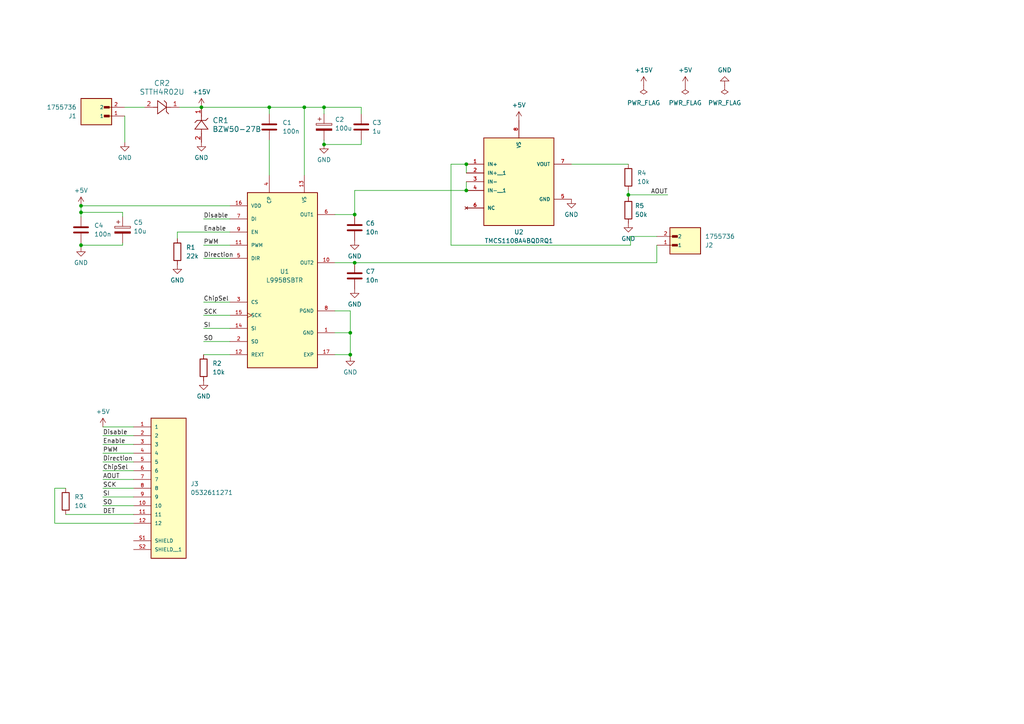
<source format=kicad_sch>
(kicad_sch (version 20230121) (generator eeschema)
  (paper "A4")
  (lib_symbols
    (symbol "1755736:1755736" (pin_names (offset 1.016))
      (property "Reference" "J" (at -2.54 3.302 0))
      (property "Value" "1755736" (at -2.54 -7.62 0))
      (symbol "1755736_0_0"
        (rectangle (start -3.81 -5.08) (end 5.08 2.54) (stroke (width 0.254)) (fill (type background)))
        (rectangle (start -3.175 -2.8575) (end -1.5875 -2.2225) (stroke (width 0.1)) (fill (type outline)))
        (rectangle (start -3.175 -0.3175) (end -1.5875 0.3175) (stroke (width 0.1)) (fill (type outline)))
        (pin passive line (at -7.62 0 0) (length 5.08) (name "1") (number "1"))
        (pin passive line (at -7.62 -2.54 0) (length 5.08) (name "2") (number "2"))
      )
    )
    (symbol "4xxx:0532611271" (pin_names (offset 1.016))
      (property "Reference" "J" (at -5.08 17.78 0))
      (property "Value" "0532611271" (at -5.08 -25.4 0))
      (symbol "0532611271_0_0"
        (rectangle (start -5.08 -22.86) (end 5.08 17.78) (stroke (width 0.254)) (fill (type background)))
        (pin passive line (at -10.16 15.24 0) (length 5.08) (name "1") (number "1"))
        (pin passive line (at -10.16 -7.62 0) (length 5.08) (name "10") (number "10"))
        (pin passive line (at -10.16 -10.16 0) (length 5.08) (name "11") (number "11"))
        (pin passive line (at -10.16 -12.7 0) (length 5.08) (name "12") (number "12"))
        (pin passive line (at -10.16 12.7 0) (length 5.08) (name "2") (number "2"))
        (pin passive line (at -10.16 10.16 0) (length 5.08) (name "3") (number "3"))
        (pin passive line (at -10.16 7.62 0) (length 5.08) (name "4") (number "4"))
        (pin passive line (at -10.16 5.08 0) (length 5.08) (name "5") (number "5"))
        (pin passive line (at -10.16 2.54 0) (length 5.08) (name "6") (number "6"))
        (pin passive line (at -10.16 0 0) (length 5.08) (name "7") (number "7"))
        (pin passive line (at -10.16 -2.54 0) (length 5.08) (name "8") (number "8"))
        (pin passive line (at -10.16 -5.08 0) (length 5.08) (name "9") (number "9"))
        (pin passive line (at -10.16 -17.78 0) (length 5.08) (name "SHIELD") (number "S1"))
        (pin passive line (at -10.16 -20.32 0) (length 5.08) (name "SHIELD__1") (number "S2"))
      )
    )
    (symbol "BZW50-27B:BZW50-27B" (pin_names (offset 0.254))
      (property "Reference" "CR" (at 0 0 0))
      (property "Value" "BZW50-27B" (at 0 0 0))
      (symbol "BZW50-27B_0_1"
        (polyline (pts (xy 2.54 0) (xy 3.81 0)) (stroke (width 0.2032)))
        (polyline (pts (xy 3.175 1.905) (xy 3.81 1.27)) (stroke (width 0.2032)))
        (polyline (pts (xy 3.81 -1.27) (xy 4.445 -1.905)) (stroke (width 0.2032)))
        (polyline (pts (xy 3.81 0) (xy 6.35 -1.905)) (stroke (width 0.2032)))
        (polyline (pts (xy 3.81 1.27) (xy 3.81 -1.27)) (stroke (width 0.2032)))
        (polyline (pts (xy 6.35 -1.905) (xy 6.35 1.905)) (stroke (width 0.2032)))
        (polyline (pts (xy 6.35 1.905) (xy 3.81 0)) (stroke (width 0.2032)))
        (polyline (pts (xy 7.62 0) (xy 6.35 0)) (stroke (width 0.2032)))
        (pin unspecified line (at 0 0 0) (length 2.54) (name "") (number "1"))
        (pin unspecified line (at 10.16 0 180) (length 2.54) (name "") (number "2"))
      )
    )
    (symbol "Device:C" (pin_numbers hide) (pin_names (offset 0.254))
      (property "Reference" "C" (at 0.635 2.54 0))
      (property "Value" "C" (at 0.635 -2.54 0))
      (symbol "C_0_1"
        (polyline (pts (xy -2.032 -0.762) (xy 2.032 -0.762)) (stroke (width 0.508)))
        (polyline (pts (xy -2.032 0.762) (xy 2.032 0.762)) (stroke (width 0.508)))
      )
      (symbol "C_1_1"
        (pin passive line (at 0 3.81 270) (length 2.794) (name "~") (number "1"))
        (pin passive line (at 0 -3.81 90) (length 2.794) (name "~") (number "2"))
      )
    )
    (symbol "Device:C_Polarized" (pin_numbers hide) (pin_names (offset 0.254))
      (property "Reference" "C" (at 0.635 2.54 0))
      (property "Value" "C_Polarized" (at 0.635 -2.54 0))
      (symbol "C_Polarized_0_1"
        (rectangle (start -2.286 0.508) (end 2.286 1.016))
        (polyline (pts (xy -1.778 2.286) (xy -0.762 2.286)))
        (polyline (pts (xy -1.27 2.794) (xy -1.27 1.778)))
        (rectangle (start 2.286 -0.508) (end -2.286 -1.016) (fill (type outline)))
      )
      (symbol "C_Polarized_1_1"
        (pin passive line (at 0 3.81 270) (length 2.794) (name "~") (number "1"))
        (pin passive line (at 0 -3.81 90) (length 2.794) (name "~") (number "2"))
      )
    )
    (symbol "Device:R" (pin_numbers hide) (pin_names (offset 0))
      (property "Reference" "R" (at 2.032 0 90))
      (property "Value" "R" (at 0 0 90))
      (symbol "R_0_1"
        (rectangle (start -1.016 -2.54) (end 1.016 2.54) (stroke (width 0.254)))
      )
      (symbol "R_1_1"
        (pin passive line (at 0 3.81 270) (length 1.27) (name "~") (number "1"))
        (pin passive line (at 0 -3.81 90) (length 1.27) (name "~") (number "2"))
      )
    )
    (symbol "Interface_CAN_LIN:TMCS1108A4BQDRQ1" (pin_names (offset 1.016))
      (property "Reference" "U" (at -10.16 11.049 0))
      (property "Value" "TMCS1108A4BQDRQ1" (at -10.16 -17.78 0))
      (symbol "TMCS1108A4BQDRQ1_0_0"
        (rectangle (start -10.16 -15.24) (end 10.16 10.16) (stroke (width 0.254)) (fill (type background)))
        (pin input line (at -15.24 2.54 0) (length 5.08) (name "IN+") (number "1"))
        (pin input line (at -15.24 0 0) (length 5.08) (name "IN+__1") (number "2"))
        (pin input line (at -15.24 -2.54 0) (length 5.08) (name "IN-") (number "3"))
        (pin input line (at -15.24 -5.08 0) (length 5.08) (name "IN-__1") (number "4"))
        (pin power_in line (at 15.24 -7.62 180) (length 5.08) (name "GND") (number "5"))
        (pin no_connect line (at -15.24 -10.16 0) (length 5.08) (name "NC") (number "6"))
        (pin output line (at 15.24 2.54 180) (length 5.08) (name "VOUT") (number "7"))
        (pin power_in line (at 0 15.24 270) (length 5.08) (name "VS") (number "8"))
      )
    )
    (symbol "L9958SBTR:L9958SBTR" (pin_names (offset 1.016))
      (property "Reference" "U1" (at 0.635 2.54 0))
      (property "Value" "L9958SBTR" (at 0.635 0 0))
      (symbol "L9958SBTR_0_0"
        (rectangle (start -10.16 25.4) (end 10.16 -25.4) (stroke (width 0.254)) (fill (type background)))
        (pin output line (at 15.24 5.08 180) (length 5.08) (name "OUT2") (number "10"))
        (pin input line (at -15.24 10.16 0) (length 5.08) (name "PWM") (number "11"))
        (pin passive line (at -15.24 -21.59 0) (length 5.08) (name "REXT") (number "12"))
        (pin input line (at -15.24 -13.97 0) (length 5.08) (name "SI") (number "14"))
        (pin input clock (at -15.24 -10.16 0) (length 5.08) (name "SCK") (number "15"))
        (pin power_in line (at -15.24 21.59 0) (length 5.08) (name "VDD") (number "16"))
        (pin output line (at -15.24 -17.78 0) (length 5.08) (name "SO") (number "2"))
        (pin input line (at -15.24 -6.35 0) (length 5.08) (name "CS") (number "3"))
        (pin input line (at -15.24 6.35 0) (length 5.08) (name "DIR") (number "5"))
        (pin output line (at 15.24 19.05 180) (length 5.08) (name "OUT1") (number "6"))
        (pin input line (at -15.24 17.78 0) (length 5.08) (name "DI") (number "7"))
        (pin input line (at -15.24 13.97 0) (length 5.08) (name "EN") (number "9"))
      )
      (symbol "L9958SBTR_1_0"
        (pin passive line (at 15.24 -15.24 180) (length 5.08) (name "GND") (number "1"))
        (pin input line (at 6.35 30.48 270) (length 5.08) (name "VS") (number "13"))
        (pin passive line (at 15.24 -21.59 180) (length 5.08) (name "EXP") (number "17"))
        (pin input line (at -3.81 30.48 270) (length 5.08) (name "CP") (number "4"))
        (pin passive line (at 15.24 -8.89 180) (length 5.08) (name "PGND") (number "8"))
      )
    )
    (symbol "power:+15V" (power) (pin_names (offset 0))
      (property "Value" "+15V" (at 0 3.556 0))
      (symbol "+15V_0_1"
        (polyline (pts (xy -0.762 1.27) (xy 0 2.54)))
        (polyline (pts (xy 0 0) (xy 0 2.54)))
        (polyline (pts (xy 0 2.54) (xy 0.762 1.27)))
      )
      (symbol "+15V_1_1"
        (pin power_in line (at 0 0 90) (length 0) hide (name "+15V") (number "1"))
      )
    )
    (symbol "power:+5V" (power) (pin_names (offset 0))
      (property "Value" "+5V" (at 0 3.556 0))
      (symbol "+5V_0_1"
        (polyline (pts (xy -0.762 1.27) (xy 0 2.54)))
        (polyline (pts (xy 0 0) (xy 0 2.54)))
        (polyline (pts (xy 0 2.54) (xy 0.762 1.27)))
      )
      (symbol "+5V_1_1"
        (pin power_in line (at 0 0 90) (length 0) hide (name "+5V") (number "1"))
      )
    )
    (symbol "power:GND" (power) (pin_names (offset 0))
      (property "Value" "GND" (at 0 -3.81 0))
      (symbol "GND_0_1"
        (polyline (pts (xy 0 0) (xy 0 -1.27) (xy 1.27 -1.27) (xy 0 -2.54) (xy -1.27 -1.27) (xy 0 -1.27)))
      )
      (symbol "GND_1_1"
        (pin power_in line (at 0 0 270) (length 0) hide (name "GND") (number "1"))
      )
    )
    (symbol "power:PWR_FLAG" (power) (pin_numbers hide) (pin_names (offset 0) hide)
      (property "Value" "PWR_FLAG" (at 0 3.81 0))
      (symbol "PWR_FLAG_0_0"
        (pin power_out line (at 0 0 90) (length 0) (name "pwr") (number "1"))
      )
      (symbol "PWR_FLAG_0_1"
        (polyline (pts (xy 0 0) (xy 0 1.27) (xy -1.016 1.905) (xy 0 2.54) (xy 1.016 1.905) (xy 0 1.27)))
      )
    )
  )
  (junction (at 78.105 31.115))
  (junction (at 88.265 31.115))
  (junction (at 93.98 41.91))
  (junction (at 102.87 62.23))
  (junction (at 135.255 47.625))
  (junction (at 182.245 56.515))
  (junction (at 102.87 76.2))
  (junction (at 23.495 71.12))
  (junction (at 101.6 102.87))
  (junction (at 101.6 96.52))
  (junction (at 93.98 31.115))
  (junction (at 23.495 61.595))
  (junction (at 135.255 55.245))
  (junction (at 58.42 31.115))
  (junction (at 23.495 59.69))
  (wire (pts (xy 15.875 141.605) (xy 19.05 141.605)))
  (wire (pts (xy 102.87 55.245) (xy 102.87 62.23)))
  (wire (pts (xy 38.735 141.605) (xy 29.845 141.605)))
  (wire (pts (xy 88.265 31.115) (xy 93.98 31.115)))
  (wire (pts (xy 130.81 71.12) (xy 182.88 71.12)))
  (wire (pts (xy 66.675 71.12) (xy 59.055 71.12)))
  (wire (pts (xy 104.775 31.115) (xy 104.775 33.02)))
  (wire (pts (xy 93.98 31.115) (xy 93.98 33.02)))
  (wire (pts (xy 102.87 55.245) (xy 135.255 55.245)))
  (wire (pts (xy 51.435 67.31) (xy 51.435 69.215)))
  (wire (pts (xy 38.735 144.145) (xy 29.845 144.145)))
  (wire (pts (xy 97.155 96.52) (xy 101.6 96.52)))
  (wire (pts (xy 101.6 96.52) (xy 101.6 102.87)))
  (wire (pts (xy 38.735 123.825) (xy 29.845 123.825)))
  (wire (pts (xy 23.495 70.485) (xy 23.495 71.12)))
  (wire (pts (xy 52.07 31.115) (xy 58.42 31.115)))
  (wire (pts (xy 97.155 90.17) (xy 101.6 90.17)))
  (wire (pts (xy 101.6 102.87) (xy 97.155 102.87)))
  (wire (pts (xy 51.435 67.31) (xy 66.675 67.31)))
  (wire (pts (xy 190.5 68.58) (xy 182.88 68.58)))
  (wire (pts (xy 130.81 47.625) (xy 130.81 71.12)))
  (wire (pts (xy 135.255 47.625) (xy 135.255 50.165)))
  (wire (pts (xy 59.055 99.06) (xy 66.675 99.06)))
  (wire (pts (xy 29.845 139.065) (xy 38.735 139.065)))
  (wire (pts (xy 38.735 126.365) (xy 29.845 126.365)))
  (wire (pts (xy 38.735 131.445) (xy 29.845 131.445)))
  (wire (pts (xy 165.735 47.625) (xy 182.245 47.625)))
  (wire (pts (xy 58.42 31.115) (xy 78.105 31.115)))
  (wire (pts (xy 19.05 149.225) (xy 38.735 149.225)))
  (wire (pts (xy 35.56 71.12) (xy 35.56 70.485)))
  (wire (pts (xy 135.255 52.705) (xy 135.255 55.245)))
  (wire (pts (xy 59.055 74.93) (xy 66.675 74.93)))
  (wire (pts (xy 15.875 151.765) (xy 38.735 151.765)))
  (wire (pts (xy 59.055 91.44) (xy 66.675 91.44)))
  (wire (pts (xy 23.495 59.69) (xy 23.495 61.595)))
  (wire (pts (xy 101.6 103.505) (xy 101.6 102.87)))
  (wire (pts (xy 182.88 68.58) (xy 182.88 71.12)))
  (wire (pts (xy 36.195 41.275) (xy 36.195 33.655)))
  (wire (pts (xy 78.105 31.115) (xy 88.265 31.115)))
  (wire (pts (xy 190.5 71.12) (xy 190.5 76.2)))
  (wire (pts (xy 59.055 63.5) (xy 66.675 63.5)))
  (wire (pts (xy 102.87 76.2) (xy 190.5 76.2)))
  (wire (pts (xy 88.265 31.115) (xy 88.265 50.8)))
  (wire (pts (xy 97.155 76.2) (xy 102.87 76.2)))
  (wire (pts (xy 101.6 90.17) (xy 101.6 96.52)))
  (wire (pts (xy 35.56 61.595) (xy 35.56 62.865)))
  (wire (pts (xy 182.245 56.515) (xy 182.245 55.245)))
  (wire (pts (xy 23.495 61.595) (xy 35.56 61.595)))
  (wire (pts (xy 23.495 61.595) (xy 23.495 62.865)))
  (wire (pts (xy 182.245 56.515) (xy 193.675 56.515)))
  (wire (pts (xy 38.735 136.525) (xy 29.845 136.525)))
  (wire (pts (xy 104.775 41.91) (xy 93.98 41.91)))
  (wire (pts (xy 23.495 59.69) (xy 66.675 59.69)))
  (wire (pts (xy 78.105 40.64) (xy 78.105 50.8)))
  (wire (pts (xy 104.775 40.64) (xy 104.775 41.91)))
  (wire (pts (xy 182.245 57.15) (xy 182.245 56.515)))
  (wire (pts (xy 38.735 128.905) (xy 29.845 128.905)))
  (wire (pts (xy 93.98 40.64) (xy 93.98 41.91)))
  (wire (pts (xy 59.055 102.87) (xy 66.675 102.87)))
  (wire (pts (xy 93.98 31.115) (xy 104.775 31.115)))
  (wire (pts (xy 38.735 133.985) (xy 29.845 133.985)))
  (wire (pts (xy 97.155 62.23) (xy 102.87 62.23)))
  (wire (pts (xy 59.055 87.63) (xy 66.675 87.63)))
  (wire (pts (xy 36.195 31.115) (xy 41.91 31.115)))
  (wire (pts (xy 23.495 71.12) (xy 35.56 71.12)))
  (wire (pts (xy 23.495 71.12) (xy 23.495 71.755)))
  (wire (pts (xy 59.055 95.25) (xy 66.675 95.25)))
  (wire (pts (xy 130.81 47.625) (xy 135.255 47.625)))
  (wire (pts (xy 15.875 151.765) (xy 15.875 141.605)))
  (wire (pts (xy 38.735 146.685) (xy 29.845 146.685)))
  (wire (pts (xy 78.105 31.115) (xy 78.105 33.02)))
  (label "AOUT" (at 193.675 56.515 180))
  (label "Disable" (at 59.055 63.5 0))
  (label "SI" (at 59.055 95.25 0))
  (label "Enable" (at 29.845 128.905 0))
  (label "SO" (at 29.845 146.685 0))
  (label "Direction" (at 59.055 74.93 0))
  (label "Direction" (at 29.845 133.985 0))
  (label "SO" (at 59.055 99.06 0))
  (label "SCK" (at 59.055 91.44 0))
  (label "SI" (at 29.845 144.145 0))
  (label "SCK" (at 29.845 141.605 0))
  (label "ChipSel" (at 59.055 87.63 0))
  (label "ChipSel" (at 29.845 136.525 0))
  (label "Enable" (at 59.055 67.31 0))
  (label "PWM" (at 29.845 131.445 0))
  (label "DET" (at 29.845 149.225 0))
  (label "PWM" (at 59.055 71.12 0))
  (label "AOUT" (at 29.845 139.065 0))
  (label "Disable" (at 29.845 126.365 0))
  (symbol (lib_id "Device:C") (at 102.87 80.01 0) (unit 1)
    (property "Reference" "C7" (at 106.045 78.74 0) (effects (justify left)))
    (property "Value" "10n" (at 106.045 81.28 0) (effects (justify left)))
    (property "Footprint" "Capacitor_SMD:CAP_0603" (effects hide))
  )
  (symbol (lib_id "power:PWR_FLAG") (at 198.755 24.765 180) (unit 1)
    (property "Reference" "#FLG03" (effects hide))
    (property "Value" "PWR_FLAG" (at 198.755 29.845 0))
  )
  (symbol (lib_id "Interface_CAN_LIN:TMCS1108A4BQDRQ1") (at 150.495 50.165 0) (unit 1)
    (property "Reference" "U2" (at 150.495 67.31 0))
    (property "Value" "TMCS1108A4BQDRQ1" (at 150.495 69.85 0))
    (property "Footprint" "Package_SO:TMCS1108A4BQDRQ1" (effects hide))
    (property "Datasheet" "https://www.ti.com/lit/ds/symlink/tmcs1108-q1.pdf?HQS=dis-dk-null-digikeymode-dsf-pf-null-wwe&ts=1730170236177" (effects hide))
    (property "E2_MAX" "0.0" (effects hide))
    (property "E1_MIN" "3.81" (effects hide))
    (property "B_NOM" "0.41" (effects hide))
    (property "D_MAX" "5.0" (effects hide))
    (property "E1_NOM" "3.895" (effects hide))
    (property "B_MIN" "0.31" (effects hide))
    (property "B_MAX" "0.51" (effects hide))
    (property "D2_MAX" "0.0" (effects hide))
    (property "ENOM" "1.27" (effects hide))
    (property "D_NOM" "4.905" (effects hide))
    (property "L_MAX" "1.27" (effects hide))
    (property "A_MAX" "1.75" (effects hide))
    (property "A_NOM" "1.75" (effects hide))
    (property "A_MIN" "1.75" (effects hide))
    (property "STANDARD" "IPC 7351B" (effects hide))
    (property "PARTREV" "July 2021" (effects hide))
    (property "E_NOM" "5.995" (effects hide))
    (property "PIN_COUNT" "8.0" (effects hide))
    (property "L_NOM" "0.84" (effects hide))
    (property "MANUFACTURER" "Texas Instruments" (effects hide))
    (property "A1_MIN" "0.11" (effects hide))
    (property "E1_MAX" "3.98" (effects hide))
    (property "E_MIN" "5.8" (effects hide))
    (property "D_MIN" "4.81" (effects hide))
    (property "L_MIN" "0.41" (effects hide))
    (property "E_MAX" "6.19" (effects hide))
  )
  (symbol (lib_id "Device:C") (at 78.105 36.83 0) (unit 1)
    (property "Reference" "C1" (at 81.915 35.56 0) (effects (justify left)))
    (property "Value" "100n" (at 81.915 38.1 0) (effects (justify left)))
    (property "Footprint" "Capacitor_SMD:CAP_0603" (effects hide))
  )
  (symbol (lib_id "power:+5V") (at 150.495 34.925 0) (unit 1)
    (property "Reference" "#PWR014" (effects hide))
    (property "Value" "+5V" (at 150.495 30.48 0))
  )
  (symbol (lib_id "power:GND") (at 165.735 57.785 0) (unit 1)
    (property "Reference" "#PWR017" (effects hide))
    (property "Value" "GND" (at 165.735 62.23 0))
  )
  (symbol (lib_id "power:GND") (at 59.055 110.49 0) (unit 1)
    (property "Reference" "#PWR08" (effects hide))
    (property "Value" "GND" (at 59.055 114.935 0))
  )
  (symbol (lib_id "Device:C_Polarized") (at 35.56 66.675 0) (unit 1)
    (property "Reference" "C5" (at 38.735 64.516 0) (effects (justify left)))
    (property "Value" "10u" (at 38.735 67.056 0) (effects (justify left)))
    (property "Footprint" "Capacitor_SMD:EDK106M050A9GAA" (effects hide))
  )
  (symbol (lib_id "Device:R") (at 19.05 145.415 0) (unit 1)
    (property "Reference" "R3" (at 21.59 144.145 0) (effects (justify left)))
    (property "Value" "10k" (at 21.59 146.685 0) (effects (justify left)))
    (property "Footprint" "Resistor_SMD:RES_0603" (effects hide))
  )
  (symbol (lib_id "power:GND") (at 93.98 41.91 0) (unit 1)
    (property "Reference" "#PWR010" (effects hide))
    (property "Value" "GND" (at 93.98 46.355 0))
  )
  (symbol (lib_id "power:GND") (at 51.435 76.835 0) (unit 1)
    (property "Reference" "#PWR09" (effects hide))
    (property "Value" "GND" (at 51.435 81.28 0))
  )
  (symbol (lib_id "Device:R") (at 182.245 60.96 0) (unit 1)
    (property "Reference" "R5" (at 184.15 59.69 0) (effects (justify left)))
    (property "Value" "50k" (at 184.15 62.23 0) (effects (justify left)))
    (property "Footprint" "Resistor_SMD:RES_0603" (effects hide))
  )
  (symbol (lib_id "power:GND") (at 210.185 24.765 180) (unit 1)
    (property "Reference" "#PWR013" (effects hide))
    (property "Value" "GND" (at 210.185 20.32 0))
  )
  (symbol (lib_id "power:GND") (at 36.195 41.275 0) (unit 1)
    (property "Reference" "#PWR01" (effects hide))
    (property "Value" "GND" (at 36.195 45.72 0))
  )
  (symbol (lib_id "L9958SBTR:L9958SBTR") (at 81.915 81.28 0) (unit 1)
    (property "Reference" "U1" (at 82.55 78.74 0))
    (property "Value" "L9958SBTR" (at 82.55 81.28 0))
    (property "Footprint" "Package_SO:SOP80P1410X360-17N" (effects hide))
    (property "Datasheet" "https://www.mouser.com/datasheet/2/389/l9958-1849672.pdf" (effects hide))
    (property "PARTREV" "6" (effects hide))
    (property "MF" "STMicroelectronics" (effects hide))
    (property "STANDARD" "IPC-7351B" (effects hide))
  )
  (symbol (lib_id "Device:R") (at 182.245 51.435 0) (unit 1)
    (property "Reference" "R4" (at 184.785 50.165 0) (effects (justify left)))
    (property "Value" "10k" (at 184.785 52.705 0) (effects (justify left)))
    (property "Footprint" "Resistor_SMD:RES_0603" (effects hide))
  )
  (symbol (lib_id "power:+5V") (at 23.495 59.69 0) (unit 1)
    (property "Reference" "#PWR06" (effects hide))
    (property "Value" "+5V" (at 23.495 55.245 0))
  )
  (symbol (lib_id "4xxx:0532611271") (at 48.895 139.065 0) (unit 1)
    (property "Reference" "J3" (at 55.245 140.335 0) (effects (justify left)))
    (property "Value" "0532611271" (at 55.245 142.875 0) (effects (justify left)))
    (property "Footprint" "Connector:MOLEX_0532611271" (effects hide))
    (property "PARTREV" "J" (effects hide))
    (property "MANUFACTURER" "MOLEX" (effects hide))
    (property "MAXIMUM_PACKAGE_HEIGHT" "3.4mm" (effects hide))
    (property "STANDARD" "Manufacturer Recommendations" (effects hide))
  )
  (symbol (lib_id "power:GND") (at 58.42 41.275 0) (unit 1)
    (property "Reference" "#PWR04" (effects hide))
    (property "Value" "GND" (at 58.42 45.72 0))
  )
  (symbol (lib_id "power:GND") (at 23.495 71.755 0) (unit 1)
    (property "Reference" "#PWR011" (effects hide))
    (property "Value" "GND" (at 23.495 76.2 0))
  )
  (symbol (lib_id "power:+15V") (at 58.42 31.115 0) (unit 1)
    (property "Reference" "#PWR03" (effects hide))
    (property "Value" "+15V" (at 58.42 26.67 0))
  )
  (symbol (lib_id "1755736:1755736") (at 28.575 33.655 180) (unit 1)
    (property "Reference" "J1" (at 22.225 33.655 0) (effects (justify left)))
    (property "Value" "1755736" (at 22.225 31.115 0) (effects (justify left)))
    (property "Footprint" "Connector:PHOENIX_1755736" (effects hide))
    (property "PARTREV" "11.07.2018" (effects hide))
    (property "STANDARD" "Manufacturer Recommendations" (effects hide))
    (property "MAXIMUM_PACKAGE_HEIGHT" "12.15mm" (effects hide))
    (property "MANUFACTURER" "Phoenix Contact" (effects hide))
  )
  (symbol (lib_id "power:GND") (at 102.87 83.82 0) (unit 1)
    (property "Reference" "#PWR07" (effects hide))
    (property "Value" "GND" (at 102.87 88.265 0))
  )
  (symbol (lib_id "power:PWR_FLAG") (at 210.185 24.765 180) (unit 1)
    (property "Reference" "#FLG02" (effects hide))
    (property "Value" "PWR_FLAG" (at 210.185 29.845 0))
  )
  (symbol (lib_id "Device:C") (at 102.87 66.04 0) (unit 1)
    (property "Reference" "C6" (at 106.045 64.77 0) (effects (justify left)))
    (property "Value" "10n" (at 106.045 67.31 0) (effects (justify left)))
    (property "Footprint" "Capacitor_SMD:CAP_0603" (effects hide))
  )
  (symbol (lib_id "power:PWR_FLAG") (at 186.69 24.765 180) (unit 1)
    (property "Reference" "#FLG01" (effects hide))
    (property "Value" "PWR_FLAG" (at 186.69 29.845 0))
  )
  (symbol (lib_id "power:+5V") (at 29.845 123.825 0) (mirror y) (unit 1)
    (property "Reference" "#PWR018" (effects hide))
    (property "Value" "+5V" (at 29.845 119.38 0))
  )
  (symbol (lib_id "power:+5V") (at 198.755 24.765 0) (unit 1)
    (property "Reference" "#PWR016" (effects hide))
    (property "Value" "+5V" (at 198.755 20.32 0))
  )
  (symbol (lib_id "Device:R") (at 59.055 106.68 0) (unit 1)
    (property "Reference" "R2" (at 61.595 105.41 0) (effects (justify left)))
    (property "Value" "10k" (at 61.595 107.95 0) (effects (justify left)))
    (property "Footprint" "Resistor_SMD:RES_0603" (effects hide))
  )
  (symbol (lib_id "Device:C_Polarized") (at 93.98 36.83 0) (unit 1)
    (property "Reference" "C2" (at 97.155 34.671 0) (effects (justify left)))
    (property "Value" "100u" (at 97.155 37.211 0) (effects (justify left)))
    (property "Footprint" "Capacitor_SMD:EDK107M063A9PAA" (effects hide))
  )
  (symbol (lib_id "power:GND") (at 101.6 103.505 0) (unit 1)
    (property "Reference" "#PWR012" (effects hide))
    (property "Value" "GND" (at 101.6 107.95 0))
  )
  (symbol (lib_id "power:GND") (at 102.87 69.85 0) (unit 1)
    (property "Reference" "#PWR05" (effects hide))
    (property "Value" "GND" (at 102.87 74.295 0))
  )
  (symbol (lib_id "Device:C") (at 23.495 66.675 0) (unit 1)
    (property "Reference" "C4" (at 27.305 65.405 0) (effects (justify left)))
    (property "Value" "100n" (at 27.305 67.945 0) (effects (justify left)))
    (property "Footprint" "Capacitor_SMD:CAP_0603" (effects hide))
  )
  (symbol (lib_id "BZW50-27B:BZW50-27B") (at 52.07 31.115 180) (unit 1)
    (property "Reference" "CR2" (at 46.99 24.13 0) (effects (font (size 1.524 1.524))))
    (property "Value" "STTH4R02U" (at 46.99 26.67 0) (effects (font (size 1.524 1.524))))
    (property "Footprint" "Diode_SMD:STTH4R02U" (effects hide))
  )
  (symbol (lib_id "Device:C") (at 104.775 36.83 0) (unit 1)
    (property "Reference" "C3" (at 107.95 35.56 0) (effects (justify left)))
    (property "Value" "1u" (at 107.95 38.1 0) (effects (justify left)))
    (property "Footprint" "Capacitor_SMD:CAP_0603" (effects hide))
  )
  (symbol (lib_id "BZW50-27B:BZW50-27B") (at 58.42 31.115 270) (unit 1)
    (property "Reference" "CR1" (at 61.595 34.925 90) (effects (font (size 1.524 1.524)) (justify left)))
    (property "Value" "BZW50-27B" (at 61.595 37.465 90) (effects (font (size 1.524 1.524)) (justify left)))
    (property "Footprint" "Diode_THT:BZW50-27B" (effects hide))
    (property "Datasheet" "BZW50-27B" (effects hide))
  )
  (symbol (lib_id "power:GND") (at 182.245 64.77 0) (unit 1)
    (property "Reference" "#PWR02" (effects hide))
    (property "Value" "GND" (at 182.245 69.215 0))
  )
  (symbol (lib_id "1755736:1755736") (at 198.12 71.12 0) (mirror x) (unit 1)
    (property "Reference" "J2" (at 204.47 71.12 0) (effects (justify left)))
    (property "Value" "1755736" (at 204.47 68.58 0) (effects (justify left)))
    (property "Footprint" "Connector:PHOENIX_1755736" (effects hide))
    (property "PARTREV" "11.07.2018" (effects hide))
    (property "STANDARD" "Manufacturer Recommendations" (effects hide))
    (property "MAXIMUM_PACKAGE_HEIGHT" "12.15mm" (effects hide))
    (property "MANUFACTURER" "Phoenix Contact" (effects hide))
  )
  (symbol (lib_id "power:+15V") (at 186.69 24.765 0) (unit 1)
    (property "Reference" "#PWR015" (effects hide))
    (property "Value" "+15V" (at 186.69 20.32 0))
  )
  (symbol (lib_id "Device:R") (at 51.435 73.025 0) (unit 1)
    (property "Reference" "R1" (at 53.975 71.755 0) (effects (justify left)))
    (property "Value" "22k" (at 53.975 74.295 0) (effects (justify left)))
    (property "Footprint" "Resistor_SMD:RES_0603" (effects hide))
  )
)
</source>
